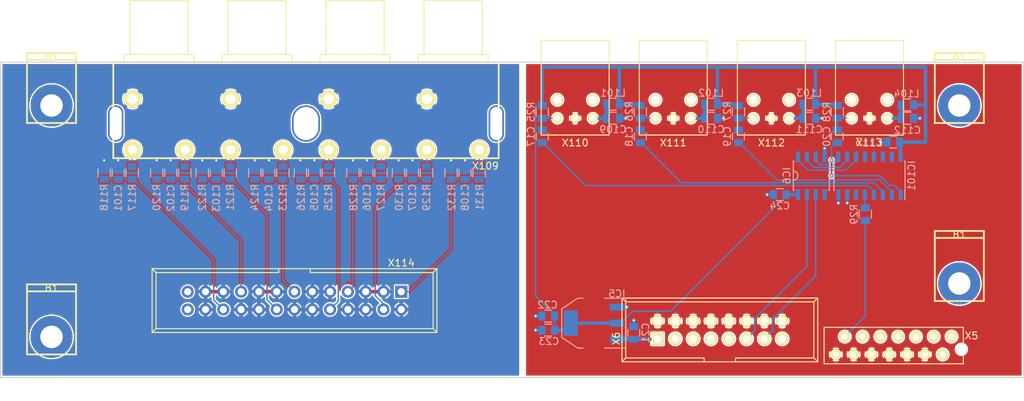
<source format=kicad_pcb>
(kicad_pcb (version 20171130) (host pcbnew "(5.1.2-1)-1")
  (layers (0 F.Cu signal) (31 B.Cu signal) (34 B.Paste user hide) (35 F.Paste user hide) (36 B.SilkS user) (37 F.SilkS user) (38 B.Mask user) (39 F.Mask user) (44 Edge.Cuts user))
  (net 0 "")
  (net 1 GND)
  (net 2 /AIN1+)
  (net 3 /AIN2+)
  (net 4 /AIN3+)
  (net 5 /AIN4+)
  (net 6 /AIN5+)
  (net 7 /AIN6+)
  (net 8 /AIN7+)
  (net 9 /AIN8+)
  (net 10 "Net-(C109-Pad1)")
  (net 11 "Net-(C110-Pad1)")
  (net 12 "Net-(C111-Pad1)")
  (net 13 "Net-(C112-Pad1)")
  (net 14 +3V3)
  (net 15 "Net-(R117-Pad1)")
  (net 16 "Net-(R119-Pad1)")
  (net 17 "Net-(R121-Pad1)")
  (net 18 "Net-(R123-Pad1)")
  (net 19 "Net-(R125-Pad1)")
  (net 20 "Net-(R127-Pad1)")
  (net 21 "Net-(R129-Pad1)")
  (net 22 "Net-(R131-Pad1)")
  (net 23 "Net-(IC101-Pad5)")
  (net 24 "Net-(IC101-Pad9)")
  (net 25 "Net-(IC101-Pad10)")
  (net 26 "Net-(IC101-Pad11)")
  (net 27 "Net-(C17-Pad2)")
  (net 28 "Net-(C17-Pad1)")
  (net 29 "Net-(C18-Pad1)")
  (net 30 "Net-(C18-Pad2)")
  (net 31 "Net-(C19-Pad2)")
  (net 32 "Net-(C19-Pad1)")
  (net 33 "Net-(C20-Pad1)")
  (net 34 "Net-(C20-Pad2)")
  (net 35 +12V)
  (net 36 /SCL)
  (net 37 /SDA)
  (net 38 /SPDIF_RX)
  (module rklib:Montagewinkel (layer F.Cu) (at 208.28 -91.32)
    (fp_text reference B1 (at 0 0.5) (layer F.SilkS))
    (fp_text value Montagewinkel)
    (pad 1 thru_hole circle (at 0 7.5) (size 6 6) (drill 3.2) (layers *.Cu *.Mask))
  )
  (module rklib:Montagewinkel (layer F.Cu) (at 208.28 -58.3)
    (fp_text reference B1 (at 0 0.5) (layer F.SilkS))
    (fp_text value Montagewinkel)
    (pad 1 thru_hole circle (at 0 7.5) (size 6 6) (drill 3.2) (layers *.Cu *.Mask))
  )
  (module rklib:Montagewinkel (layer F.Cu) (at 337.82 -65.92)
    (fp_text reference B1 (at 0 0.5) (layer F.SilkS))
    (fp_text value Montagewinkel)
    (pad 1 thru_hole circle (at 0 7.5) (size 6 6) (drill 3.2) (layers *.Cu *.Mask))
  )
  (module rklib:IDC2x8_Pitch2.54mm (layer F.Cu) (at 294.76 -50.525)
    (fp_text reference X6 (at -5.9 -0.04 90) (layer F.SilkS))
    (fp_text value HDR_02x08)
    (pad 16 thru_hole circle (at 17.78 -2.54) (size 1.7272 1.7272) (drill 1.016) (layers *.Cu *.Mask F.SilkS) (net 1 GND))
    (pad 15 thru_hole circle (at 17.78 0) (size 1.7272 1.7272) (drill 1.016) (layers *.Cu *.Mask F.SilkS))
    (pad 14 thru_hole circle (at 15.24 -2.54) (size 1.7272 1.7272) (drill 1.016) (layers *.Cu *.Mask F.SilkS) (net 1 GND))
    (pad 13 thru_hole circle (at 15.24 0) (size 1.7272 1.7272) (drill 1.016) (layers *.Cu *.Mask F.SilkS) (net 36 /SCL))
    (pad 12 thru_hole circle (at 12.7 -2.54) (size 1.7272 1.7272) (drill 1.016) (layers *.Cu *.Mask F.SilkS) (net 1 GND))
    (pad 11 thru_hole circle (at 12.7 0) (size 1.7272 1.7272) (drill 1.016) (layers *.Cu *.Mask F.SilkS) (net 37 /SDA))
    (pad 10 thru_hole circle (at 10.16 -2.54) (size 1.7272 1.7272) (drill 1.016) (layers *.Cu *.Mask F.SilkS) (net 1 GND))
    (pad 9 thru_hole circle (at 10.16 0) (size 1.7272 1.7272) (drill 1.016) (layers *.Cu *.Mask F.SilkS))
    (pad 8 thru_hole circle (at 7.62 -2.54) (size 1.7272 1.7272) (drill 1.016) (layers *.Cu *.Mask F.SilkS) (net 1 GND))
    (pad 7 thru_hole circle (at 7.62 0) (size 1.7272 1.7272) (drill 1.016) (layers *.Cu *.Mask F.SilkS))
    (pad 6 thru_hole circle (at 5.08 -2.54) (size 1.7272 1.7272) (drill 1.016) (layers *.Cu *.Mask F.SilkS) (net 1 GND))
    (pad 5 thru_hole circle (at 5.08 0) (size 1.7272 1.7272) (drill 1.016) (layers *.Cu *.Mask F.SilkS))
    (pad 4 thru_hole circle (at 2.54 -2.54) (size 1.7272 1.7272) (drill 1.016) (layers *.Cu *.Mask F.SilkS) (net 1 GND))
    (pad 3 thru_hole circle (at 2.54 0) (size 1.7272 1.7272) (drill 1.016) (layers *.Cu *.Mask F.SilkS))
    (pad 2 thru_hole circle (at 0 -2.54) (size 1.7272 1.7272) (drill 1.016) (layers *.Cu *.Mask F.SilkS) (net 1 GND))
    (pad 1 thru_hole rect (at 0 0) (size 1.7272 1.7272) (drill 1.016) (layers *.Cu *.Mask F.SilkS) (net 35 +12V))
  )
  (module rklib:PJRAS4X2U01 (layer F.Cu) (at 244.59 -90 180)
    (fp_text reference X109 (at -25.6 -14.8 180) (layer F.SilkS))
    (fp_text value CONN_RCA_02x04)
    (pad "" np_thru_hole oval (at 0 -8.75 180) (size 4 5.2) (drill oval 3.5 4.7) (layers *.Cu *.Mask))
    (pad "" np_thru_hole oval (at 27.15 -8.75 180) (size 2.2 5.2) (drill oval 1.7 4.7) (layers *.Cu *.Mask))
    (pad "" np_thru_hole oval (at -27.15 -8.75 180) (size 2.2 5.2) (drill oval 1.7 4.7) (layers *.Cu *.Mask))
    (pad 1A thru_hole circle (at 17.25 -12.5 180) (size 2.6 2.6) (drill 1.3) (layers *.Cu *.Mask F.SilkS) (net 16 "Net-(R119-Pad1)"))
    (pad 2A thru_hole circle (at 24.75 -12.5 180) (size 2.6 2.6) (drill 1.3) (layers *.Cu *.Mask F.SilkS) (net 15 "Net-(R117-Pad1)"))
    (pad 3A thru_hole circle (at 24.75 -5.25 180) (size 2.6 2.6) (drill 1.5) (layers *.Cu *.Mask F.SilkS) (net 1 GND))
    (pad 2B thru_hole circle (at 10.75 -12.5 180) (size 2.6 2.6) (drill 1.3) (layers *.Cu *.Mask F.SilkS) (net 17 "Net-(R121-Pad1)"))
    (pad 3B thru_hole circle (at 10.75 -5.25 180) (size 2.6 2.6) (drill 1.5) (layers *.Cu *.Mask F.SilkS) (net 1 GND))
    (pad 1B thru_hole circle (at 3.25 -12.5 180) (size 2.6 2.6) (drill 1.3) (layers *.Cu *.Mask F.SilkS) (net 18 "Net-(R123-Pad1)"))
    (pad 3C thru_hole circle (at -3.25 -5.25 180) (size 2.6 2.6) (drill 1.5) (layers *.Cu *.Mask F.SilkS) (net 1 GND))
    (pad 2C thru_hole circle (at -3.25 -12.5 180) (size 2.6 2.6) (drill 1.3) (layers *.Cu *.Mask F.SilkS) (net 19 "Net-(R125-Pad1)"))
    (pad 1C thru_hole circle (at -10.75 -12.5 180) (size 2.6 2.6) (drill 1.3) (layers *.Cu *.Mask F.SilkS) (net 20 "Net-(R127-Pad1)"))
    (pad 3D thru_hole circle (at -17.25 -5.25 180) (size 2.6 2.6) (drill 1.5) (layers *.Cu *.Mask F.SilkS) (net 1 GND))
    (pad 2D thru_hole circle (at -17.25 -12.5 180) (size 2.6 2.6) (drill 1.3) (layers *.Cu *.Mask F.SilkS) (net 21 "Net-(R129-Pad1)"))
    (pad 1D thru_hole circle (at -24.75 -12.5 180) (size 2.6 2.6) (drill 1.3) (layers *.Cu *.Mask F.SilkS) (net 22 "Net-(R131-Pad1)"))
  )
  (module rklib:C0805-X7R (layer B.Cu) (at 217.79 -74.2 90)
    (fp_text reference C101 (at -3.6 0 90) (layer B.SilkS) (effects (justify mirror)))
    (fp_text value CAP_100p_50V_C0G_NP0_0805)
    (pad 2 smd rect (at 0.9 0 90) (size 1 1.3) (layers B.Cu B.Paste B.Mask) (net 1 GND))
    (pad 1 smd rect (at -0.9 0 90) (size 1 1.3) (layers B.Cu B.Paste B.Mask) (net 2 /AIN1+))
  )
  (module rklib:C0805-X7R (layer B.Cu) (at 225.29 -74.2 90)
    (fp_text reference C102 (at -3.6 0 90) (layer B.SilkS) (effects (justify mirror)))
    (fp_text value CAP_100p_50V_C0G_NP0_0805)
    (pad 2 smd rect (at 0.9 0 90) (size 1 1.3) (layers B.Cu B.Paste B.Mask) (net 1 GND))
    (pad 1 smd rect (at -0.9 0 90) (size 1 1.3) (layers B.Cu B.Paste B.Mask) (net 3 /AIN2+))
  )
  (module rklib:C0805-X7R (layer B.Cu) (at 231.79 -74.2 90)
    (fp_text reference C103 (at -3.6 0 90) (layer B.SilkS) (effects (justify mirror)))
    (fp_text value CAP_100p_50V_C0G_NP0_0805)
    (pad 1 smd rect (at -0.9 0 90) (size 1 1.3) (layers B.Cu B.Paste B.Mask) (net 4 /AIN3+))
    (pad 2 smd rect (at 0.9 0 90) (size 1 1.3) (layers B.Cu B.Paste B.Mask) (net 1 GND))
  )
  (module rklib:C0805-X7R (layer B.Cu) (at 239.29 -74.2 90)
    (fp_text reference C104 (at -3.6 0 90) (layer B.SilkS) (effects (justify mirror)))
    (fp_text value CAP_100p_50V_C0G_NP0_0805)
    (pad 1 smd rect (at -0.9 0 90) (size 1 1.3) (layers B.Cu B.Paste B.Mask) (net 5 /AIN4+))
    (pad 2 smd rect (at 0.9 0 90) (size 1 1.3) (layers B.Cu B.Paste B.Mask) (net 1 GND))
  )
  (module rklib:C0805-X7R (layer B.Cu) (at 245.79 -74.2 90)
    (fp_text reference C105 (at -3.5 0 90) (layer B.SilkS) (effects (justify mirror)))
    (fp_text value CAP_100p_50V_C0G_NP0_0805)
    (pad 2 smd rect (at 0.9 0 90) (size 1 1.3) (layers B.Cu B.Paste B.Mask) (net 1 GND))
    (pad 1 smd rect (at -0.9 0 90) (size 1 1.3) (layers B.Cu B.Paste B.Mask) (net 6 /AIN5+))
  )
  (module rklib:C0805-X7R (layer B.Cu) (at 253.29 -74.2 90)
    (fp_text reference C106 (at -3.5 0 90) (layer B.SilkS) (effects (justify mirror)))
    (fp_text value CAP_100p_50V_C0G_NP0_0805)
    (pad 1 smd rect (at -0.9 0 90) (size 1 1.3) (layers B.Cu B.Paste B.Mask) (net 7 /AIN6+))
    (pad 2 smd rect (at 0.9 0 90) (size 1 1.3) (layers B.Cu B.Paste B.Mask) (net 1 GND))
  )
  (module rklib:C0805-X7R (layer B.Cu) (at 259.79 -74.2 90)
    (fp_text reference C107 (at -3.5 0 90) (layer B.SilkS) (effects (justify mirror)))
    (fp_text value CAP_100p_50V_C0G_NP0_0805)
    (pad 2 smd rect (at 0.9 0 90) (size 1 1.3) (layers B.Cu B.Paste B.Mask) (net 1 GND))
    (pad 1 smd rect (at -0.9 0 90) (size 1 1.3) (layers B.Cu B.Paste B.Mask) (net 8 /AIN7+))
  )
  (module rklib:C0805-X7R (layer B.Cu) (at 267.29 -74.2 90)
    (fp_text reference C108 (at -3.5 0 90) (layer B.SilkS) (effects (justify mirror)))
    (fp_text value CAP_100p_50V_C0G_NP0_0805)
    (pad 1 smd rect (at -0.9 0 90) (size 1 1.3) (layers B.Cu B.Paste B.Mask) (net 9 /AIN8+))
    (pad 2 smd rect (at 0.9 0 90) (size 1 1.3) (layers B.Cu B.Paste B.Mask) (net 1 GND))
  )
  (module rklib:C0805-X7R (layer B.Cu) (at 288.4 -82)
    (fp_text reference C109 (at 0 1.6) (layer B.SilkS) (effects (justify mirror)))
    (fp_text value CAP_100n_50V_X7R_0805)
    (pad 1 smd rect (at -0.9 0) (size 1 1.3) (layers B.Cu B.Paste B.Mask) (net 10 "Net-(C109-Pad1)"))
    (pad 2 smd rect (at 0.9 0) (size 1 1.3) (layers B.Cu B.Paste B.Mask) (net 1 GND))
  )
  (module rklib:C0805-X7R (layer B.Cu) (at 302.4 -82)
    (fp_text reference C110 (at 0 1.6) (layer B.SilkS) (effects (justify mirror)))
    (fp_text value CAP_100n_50V_X7R_0805)
    (pad 1 smd rect (at -0.9 0) (size 1 1.3) (layers B.Cu B.Paste B.Mask) (net 11 "Net-(C110-Pad1)"))
    (pad 2 smd rect (at 0.9 0) (size 1 1.3) (layers B.Cu B.Paste B.Mask) (net 1 GND))
  )
  (module rklib:C0805-X7R (layer B.Cu) (at 316.4 -82)
    (fp_text reference C111 (at 0 1.6) (layer B.SilkS) (effects (justify mirror)))
    (fp_text value CAP_100n_50V_X7R_0805)
    (pad 1 smd rect (at -0.9 0) (size 1 1.3) (layers B.Cu B.Paste B.Mask) (net 12 "Net-(C111-Pad1)"))
    (pad 2 smd rect (at 0.9 0) (size 1 1.3) (layers B.Cu B.Paste B.Mask) (net 1 GND))
  )
  (module rklib:C0805-X7R (layer B.Cu) (at 330.4 -82)
    (fp_text reference C112 (at 0 1.7) (layer B.SilkS) (effects (justify mirror)))
    (fp_text value CAP_100n_50V_X7R_0805)
    (pad 1 smd rect (at -0.9 0) (size 1 1.3) (layers B.Cu B.Paste B.Mask) (net 13 "Net-(C112-Pad1)"))
    (pad 2 smd rect (at 0.9 0) (size 1 1.3) (layers B.Cu B.Paste B.Mask) (net 1 GND))
  )
  (module rklib:C0805-X7R (layer B.Cu) (at 328.4 -78.6)
    (fp_text reference C113 (at -3.5 0) (layer B.SilkS) (effects (justify mirror)))
    (fp_text value CAP_100n_50V_X7R_0805)
    (pad 1 smd rect (at -0.9 0) (size 1 1.3) (layers B.Cu B.Paste B.Mask) (net 1 GND))
    (pad 2 smd rect (at 0.9 0) (size 1 1.3) (layers B.Cu B.Paste B.Mask) (net 14 +3V3))
  )
  (module rklib:C0805-X7R (layer B.Cu) (at 288.4 -84 180)
    (fp_text reference L101 (at 0 1.6 180) (layer B.SilkS) (effects (justify mirror)))
    (fp_text value 47u0)
    (pad 2 smd rect (at 0.9 0 180) (size 1 1.3) (layers B.Cu B.Paste B.Mask) (net 10 "Net-(C109-Pad1)"))
    (pad 1 smd rect (at -0.9 0 180) (size 1 1.3) (layers B.Cu B.Paste B.Mask) (net 14 +3V3))
  )
  (module rklib:C0805-X7R (layer B.Cu) (at 302.4 -84 180)
    (fp_text reference L102 (at 0 1.6 180) (layer B.SilkS) (effects (justify mirror)))
    (fp_text value 47u0)
    (pad 2 smd rect (at 0.9 0 180) (size 1 1.3) (layers B.Cu B.Paste B.Mask) (net 11 "Net-(C110-Pad1)"))
    (pad 1 smd rect (at -0.9 0 180) (size 1 1.3) (layers B.Cu B.Paste B.Mask) (net 14 +3V3))
  )
  (module rklib:C0805-X7R (layer B.Cu) (at 316.4 -84 180)
    (fp_text reference L103 (at 0 1.6 180) (layer B.SilkS) (effects (justify mirror)))
    (fp_text value 47u0)
    (pad 2 smd rect (at 0.9 0 180) (size 1 1.3) (layers B.Cu B.Paste B.Mask) (net 12 "Net-(C111-Pad1)"))
    (pad 1 smd rect (at -0.9 0 180) (size 1 1.3) (layers B.Cu B.Paste B.Mask) (net 14 +3V3))
  )
  (module rklib:C0805-X7R (layer B.Cu) (at 330.4 -83.9 180)
    (fp_text reference L104 (at 0.1 1.6 180) (layer B.SilkS) (effects (justify mirror)))
    (fp_text value 47u0)
    (pad 2 smd rect (at 0.9 0 180) (size 1 1.3) (layers B.Cu B.Paste B.Mask) (net 13 "Net-(C112-Pad1)"))
    (pad 1 smd rect (at -0.9 0 180) (size 1 1.3) (layers B.Cu B.Paste B.Mask) (net 14 +3V3))
  )
  (module rklib:C0805-RES (layer B.Cu) (at 219.79 -74.2 270)
    (fp_text reference R117 (at 3.5 0 270) (layer B.SilkS) (effects (justify mirror)))
    (fp_text value RES_100R_1%_0.25W_Thin_0805)
    (pad 1 smd rect (at -0.9 0 270) (size 1 1.3) (layers B.Cu B.Paste B.Mask) (net 15 "Net-(R117-Pad1)"))
    (pad 2 smd rect (at 0.9 0 270) (size 1 1.3) (layers B.Cu B.Paste B.Mask) (net 2 /AIN1+))
  )
  (module rklib:C0805-RES (layer B.Cu) (at 215.79 -74.2 270)
    (fp_text reference R118 (at 3.5 0 270) (layer B.SilkS) (effects (justify mirror)))
    (fp_text value RES_220K_1%_0.125W_Thick_0805)
    (pad 2 smd rect (at 0.9 0 270) (size 1 1.3) (layers B.Cu B.Paste B.Mask) (net 2 /AIN1+))
    (pad 1 smd rect (at -0.9 0 270) (size 1 1.3) (layers B.Cu B.Paste B.Mask) (net 1 GND))
  )
  (module rklib:C0805-RES (layer B.Cu) (at 227.29 -74.2 270)
    (fp_text reference R119 (at 3.5 0 270) (layer B.SilkS) (effects (justify mirror)))
    (fp_text value RES_100R_1%_0.25W_Thin_0805)
    (pad 2 smd rect (at 0.9 0 270) (size 1 1.3) (layers B.Cu B.Paste B.Mask) (net 3 /AIN2+))
    (pad 1 smd rect (at -0.9 0 270) (size 1 1.3) (layers B.Cu B.Paste B.Mask) (net 16 "Net-(R119-Pad1)"))
  )
  (module rklib:C0805-RES (layer B.Cu) (at 223.29 -74.2 270)
    (fp_text reference R120 (at 3.5 0 270) (layer B.SilkS) (effects (justify mirror)))
    (fp_text value RES_220K_1%_0.125W_Thick_0805)
    (pad 1 smd rect (at -0.9 0 270) (size 1 1.3) (layers B.Cu B.Paste B.Mask) (net 1 GND))
    (pad 2 smd rect (at 0.9 0 270) (size 1 1.3) (layers B.Cu B.Paste B.Mask) (net 3 /AIN2+))
  )
  (module rklib:C0805-RES (layer B.Cu) (at 233.79 -74.2 270)
    (fp_text reference R121 (at 3.5 0 270) (layer B.SilkS) (effects (justify mirror)))
    (fp_text value RES_100R_1%_0.25W_Thin_0805)
    (pad 2 smd rect (at 0.9 0 270) (size 1 1.3) (layers B.Cu B.Paste B.Mask) (net 4 /AIN3+))
    (pad 1 smd rect (at -0.9 0 270) (size 1 1.3) (layers B.Cu B.Paste B.Mask) (net 17 "Net-(R121-Pad1)"))
  )
  (module rklib:C0805-RES (layer B.Cu) (at 229.79 -74.2 270)
    (fp_text reference R122 (at 3.5 0 270) (layer B.SilkS) (effects (justify mirror)))
    (fp_text value RES_220K_1%_0.125W_Thick_0805)
    (pad 1 smd rect (at -0.9 0 270) (size 1 1.3) (layers B.Cu B.Paste B.Mask) (net 1 GND))
    (pad 2 smd rect (at 0.9 0 270) (size 1 1.3) (layers B.Cu B.Paste B.Mask) (net 4 /AIN3+))
  )
  (module rklib:C0805-RES (layer B.Cu) (at 241.29 -74.2 270)
    (fp_text reference R123 (at 3.5 0 270) (layer B.SilkS) (effects (justify mirror)))
    (fp_text value RES_100R_1%_0.25W_Thin_0805)
    (pad 1 smd rect (at -0.9 0 270) (size 1 1.3) (layers B.Cu B.Paste B.Mask) (net 18 "Net-(R123-Pad1)"))
    (pad 2 smd rect (at 0.9 0 270) (size 1 1.3) (layers B.Cu B.Paste B.Mask) (net 5 /AIN4+))
  )
  (module rklib:C0805-RES (layer B.Cu) (at 237.29 -74.2 270)
    (fp_text reference R124 (at 3.5 0 270) (layer B.SilkS) (effects (justify mirror)))
    (fp_text value RES_220K_1%_0.125W_Thick_0805)
    (pad 2 smd rect (at 0.9 0 270) (size 1 1.3) (layers B.Cu B.Paste B.Mask) (net 5 /AIN4+))
    (pad 1 smd rect (at -0.9 0 270) (size 1 1.3) (layers B.Cu B.Paste B.Mask) (net 1 GND))
  )
  (module rklib:C0805-RES (layer B.Cu) (at 247.79 -74.2 270)
    (fp_text reference R125 (at 3.5 0 270) (layer B.SilkS) (effects (justify mirror)))
    (fp_text value RES_100R_1%_0.25W_Thin_0805)
    (pad 1 smd rect (at -0.9 0 270) (size 1 1.3) (layers B.Cu B.Paste B.Mask) (net 19 "Net-(R125-Pad1)"))
    (pad 2 smd rect (at 0.9 0 270) (size 1 1.3) (layers B.Cu B.Paste B.Mask) (net 6 /AIN5+))
  )
  (module rklib:C0805-RES (layer B.Cu) (at 243.79 -74.2 270)
    (fp_text reference R126 (at 3.5 -0.1 270) (layer B.SilkS) (effects (justify mirror)))
    (fp_text value RES_220K_1%_0.125W_Thick_0805)
    (pad 2 smd rect (at 0.9 0 270) (size 1 1.3) (layers B.Cu B.Paste B.Mask) (net 6 /AIN5+))
    (pad 1 smd rect (at -0.9 0 270) (size 1 1.3) (layers B.Cu B.Paste B.Mask) (net 1 GND))
  )
  (module rklib:C0805-RES (layer B.Cu) (at 255.29 -74.2 270)
    (fp_text reference R127 (at 3.5 0 270) (layer B.SilkS) (effects (justify mirror)))
    (fp_text value RES_100R_1%_0.25W_Thin_0805)
    (pad 2 smd rect (at 0.9 0 270) (size 1 1.3) (layers B.Cu B.Paste B.Mask) (net 7 /AIN6+))
    (pad 1 smd rect (at -0.9 0 270) (size 1 1.3) (layers B.Cu B.Paste B.Mask) (net 20 "Net-(R127-Pad1)"))
  )
  (module rklib:C0805-RES (layer B.Cu) (at 251.29 -74.2 270)
    (fp_text reference R128 (at 3.5 -0.1 270) (layer B.SilkS) (effects (justify mirror)))
    (fp_text value RES_220K_1%_0.125W_Thick_0805)
    (pad 1 smd rect (at -0.9 0 270) (size 1 1.3) (layers B.Cu B.Paste B.Mask) (net 1 GND))
    (pad 2 smd rect (at 0.9 0 270) (size 1 1.3) (layers B.Cu B.Paste B.Mask) (net 7 /AIN6+))
  )
  (module rklib:C0805-RES (layer B.Cu) (at 261.79 -74.2 270)
    (fp_text reference R129 (at 3.5 0 270) (layer B.SilkS) (effects (justify mirror)))
    (fp_text value RES_100R_1%_0.25W_Thin_0805)
    (pad 2 smd rect (at 0.9 0 270) (size 1 1.3) (layers B.Cu B.Paste B.Mask) (net 8 /AIN7+))
    (pad 1 smd rect (at -0.9 0 270) (size 1 1.3) (layers B.Cu B.Paste B.Mask) (net 21 "Net-(R129-Pad1)"))
  )
  (module rklib:C0805-RES (layer B.Cu) (at 257.79 -74.2 270)
    (fp_text reference R130 (at 3.5 -0.1 270) (layer B.SilkS) (effects (justify mirror)))
    (fp_text value RES_220K_1%_0.125W_Thick_0805)
    (pad 2 smd rect (at 0.9 0 270) (size 1 1.3) (layers B.Cu B.Paste B.Mask) (net 8 /AIN7+))
    (pad 1 smd rect (at -0.9 0 270) (size 1 1.3) (layers B.Cu B.Paste B.Mask) (net 1 GND))
  )
  (module rklib:C0805-RES (layer B.Cu) (at 269.29 -74.2 270)
    (fp_text reference R131 (at 3.5 -0.1 270) (layer B.SilkS) (effects (justify mirror)))
    (fp_text value RES_100R_1%_0.25W_Thin_0805)
    (pad 1 smd rect (at -0.9 0 270) (size 1 1.3) (layers B.Cu B.Paste B.Mask) (net 22 "Net-(R131-Pad1)"))
    (pad 2 smd rect (at 0.9 0 270) (size 1 1.3) (layers B.Cu B.Paste B.Mask) (net 9 /AIN8+))
  )
  (module rklib:C0805-RES (layer B.Cu) (at 265.29 -74.2 270)
    (fp_text reference R132 (at 3.5 -0.1 270) (layer B.SilkS) (effects (justify mirror)))
    (fp_text value RES_220K_1%_0.125W_Thick_0805)
    (pad 1 smd rect (at -0.9 0 270) (size 1 1.3) (layers B.Cu B.Paste B.Mask) (net 1 GND))
    (pad 2 smd rect (at 0.9 0 270) (size 1 1.3) (layers B.Cu B.Paste B.Mask) (net 9 /AIN8+))
  )
  (module rklib:PLR135_T10 (layer F.Cu) (at 283 -82)
    (fp_text reference X110 (at 0 3.5) (layer F.SilkS))
    (fp_text value PLR135_T10)
    (pad 5 thru_hole circle (at -2.54 -2.63) (size 1.6 1.6) (drill 1.1) (layers *.Cu *.Mask F.SilkS))
    (pad 4 thru_hole circle (at 2.54 -2.63) (size 1.6 1.6) (drill 1.1) (layers *.Cu *.Mask F.SilkS))
    (pad 3 thru_hole circle (at -2.54 0) (size 1.4 1.4) (drill 0.8) (layers *.Cu *.Mask F.SilkS) (net 28 "Net-(C17-Pad1)"))
    (pad 2 thru_hole circle (at 0 0) (size 1.4 1.4) (drill 0.8) (layers *.Cu *.Mask F.SilkS) (net 1 GND))
    (pad 1 thru_hole circle (at 2.54 0) (size 1.4 1.4) (drill 0.8) (layers *.Cu *.Mask F.SilkS) (net 10 "Net-(C109-Pad1)"))
  )
  (module rklib:PLR135_T10 (layer F.Cu) (at 297 -82)
    (fp_text reference X111 (at 0 3.5) (layer F.SilkS))
    (fp_text value PLR135_T10)
    (pad 1 thru_hole circle (at 2.54 0) (size 1.4 1.4) (drill 0.8) (layers *.Cu *.Mask F.SilkS) (net 11 "Net-(C110-Pad1)"))
    (pad 2 thru_hole circle (at 0 0) (size 1.4 1.4) (drill 0.8) (layers *.Cu *.Mask F.SilkS) (net 1 GND))
    (pad 3 thru_hole circle (at -2.54 0) (size 1.4 1.4) (drill 0.8) (layers *.Cu *.Mask F.SilkS) (net 29 "Net-(C18-Pad1)"))
    (pad 4 thru_hole circle (at 2.54 -2.63) (size 1.6 1.6) (drill 1.1) (layers *.Cu *.Mask F.SilkS))
    (pad 5 thru_hole circle (at -2.54 -2.63) (size 1.6 1.6) (drill 1.1) (layers *.Cu *.Mask F.SilkS))
  )
  (module rklib:PLR135_T10 (layer F.Cu) (at 311 -82)
    (fp_text reference X112 (at 0 3.5) (layer F.SilkS))
    (fp_text value PLR135_T10)
    (pad 5 thru_hole circle (at -2.54 -2.63) (size 1.6 1.6) (drill 1.1) (layers *.Cu *.Mask F.SilkS))
    (pad 4 thru_hole circle (at 2.54 -2.63) (size 1.6 1.6) (drill 1.1) (layers *.Cu *.Mask F.SilkS))
    (pad 3 thru_hole circle (at -2.54 0) (size 1.4 1.4) (drill 0.8) (layers *.Cu *.Mask F.SilkS) (net 32 "Net-(C19-Pad1)"))
    (pad 2 thru_hole circle (at 0 0) (size 1.4 1.4) (drill 0.8) (layers *.Cu *.Mask F.SilkS) (net 1 GND))
    (pad 1 thru_hole circle (at 2.54 0) (size 1.4 1.4) (drill 0.8) (layers *.Cu *.Mask F.SilkS) (net 12 "Net-(C111-Pad1)"))
  )
  (module rklib:PLR135_T10 (layer F.Cu) (at 325 -82)
    (fp_text reference X113 (at 0 3.5) (layer F.SilkS))
    (fp_text value PLR135_T10)
    (pad 1 thru_hole circle (at 2.54 0) (size 1.4 1.4) (drill 0.8) (layers *.Cu *.Mask F.SilkS) (net 13 "Net-(C112-Pad1)"))
    (pad 2 thru_hole circle (at 0 0) (size 1.4 1.4) (drill 0.8) (layers *.Cu *.Mask F.SilkS) (net 1 GND))
    (pad 3 thru_hole circle (at -2.54 0) (size 1.4 1.4) (drill 0.8) (layers *.Cu *.Mask F.SilkS) (net 33 "Net-(C20-Pad1)"))
    (pad 4 thru_hole circle (at 2.54 -2.63) (size 1.6 1.6) (drill 1.1) (layers *.Cu *.Mask F.SilkS))
    (pad 5 thru_hole circle (at -2.54 -2.63) (size 1.6 1.6) (drill 1.1) (layers *.Cu *.Mask F.SilkS))
  )
  (module rklib:IDC26 (layer F.Cu) (at 258.19 -57.25 180)
    (fp_text reference X114 (at 0 4.1 180) (layer F.SilkS))
    (fp_text value CON_IDC26)
    (pad 26 thru_hole oval (at 30.48 -2.54 180) (size 1.7272 1.7272) (drill 1.016) (layers *.Cu *.Mask))
    (pad 25 thru_hole oval (at 30.48 0 180) (size 1.7272 1.7272) (drill 1.016) (layers *.Cu *.Mask))
    (pad 24 thru_hole oval (at 27.94 -2.54 180) (size 1.7272 1.7272) (drill 1.016) (layers *.Cu *.Mask) (net 1 GND))
    (pad 23 thru_hole oval (at 27.94 0 180) (size 1.7272 1.7272) (drill 1.016) (layers *.Cu *.Mask) (net 1 GND))
    (pad 22 thru_hole oval (at 25.4 -2.54 180) (size 1.7272 1.7272) (drill 1.016) (layers *.Cu *.Mask) (net 2 /AIN1+))
    (pad 21 thru_hole oval (at 25.4 0 180) (size 1.7272 1.7272) (drill 1.016) (layers *.Cu *.Mask) (net 1 GND))
    (pad 20 thru_hole oval (at 22.86 -2.54 180) (size 1.7272 1.7272) (drill 1.016) (layers *.Cu *.Mask) (net 1 GND))
    (pad 19 thru_hole oval (at 22.86 0 180) (size 1.7272 1.7272) (drill 1.016) (layers *.Cu *.Mask) (net 3 /AIN2+))
    (pad 18 thru_hole oval (at 20.32 -2.54 180) (size 1.7272 1.7272) (drill 1.016) (layers *.Cu *.Mask) (net 1 GND))
    (pad 17 thru_hole oval (at 20.32 0 180) (size 1.7272 1.7272) (drill 1.016) (layers *.Cu *.Mask) (net 1 GND))
    (pad 16 thru_hole oval (at 17.78 -2.54 180) (size 1.7272 1.7272) (drill 1.016) (layers *.Cu *.Mask) (net 4 /AIN3+))
    (pad 15 thru_hole oval (at 17.78 0 180) (size 1.7272 1.7272) (drill 1.016) (layers *.Cu *.Mask) (net 1 GND))
    (pad 14 thru_hole oval (at 15.24 -2.54 180) (size 1.7272 1.7272) (drill 1.016) (layers *.Cu *.Mask) (net 1 GND))
    (pad 13 thru_hole oval (at 15.24 0 180) (size 1.7272 1.7272) (drill 1.016) (layers *.Cu *.Mask) (net 5 /AIN4+))
    (pad 12 thru_hole oval (at 12.7 -2.54 180) (size 1.7272 1.7272) (drill 1.016) (layers *.Cu *.Mask) (net 1 GND))
    (pad 11 thru_hole oval (at 12.7 0 180) (size 1.7272 1.7272) (drill 1.016) (layers *.Cu *.Mask) (net 1 GND))
    (pad 10 thru_hole oval (at 10.16 -2.54 180) (size 1.7272 1.7272) (drill 1.016) (layers *.Cu *.Mask) (net 6 /AIN5+))
    (pad 9 thru_hole oval (at 10.16 0 180) (size 1.7272 1.7272) (drill 1.016) (layers *.Cu *.Mask) (net 1 GND))
    (pad 8 thru_hole oval (at 7.62 -2.54 180) (size 1.7272 1.7272) (drill 1.016) (layers *.Cu *.Mask) (net 1 GND))
    (pad 7 thru_hole oval (at 7.62 0 180) (size 1.7272 1.7272) (drill 1.016) (layers *.Cu *.Mask) (net 7 /AIN6+))
    (pad 6 thru_hole oval (at 5.08 -2.54 180) (size 1.7272 1.7272) (drill 1.016) (layers *.Cu *.Mask) (net 1 GND))
    (pad 5 thru_hole oval (at 5.08 0 180) (size 1.7272 1.7272) (drill 1.016) (layers *.Cu *.Mask) (net 1 GND))
    (pad 4 thru_hole oval (at 2.54 -2.54 180) (size 1.7272 1.7272) (drill 1.016) (layers *.Cu *.Mask) (net 8 /AIN7+))
    (pad 3 thru_hole oval (at 2.54 0 180) (size 1.7272 1.7272) (drill 1.016) (layers *.Cu *.Mask) (net 1 GND))
    (pad 2 thru_hole oval (at 0 -2.54 180) (size 1.7272 1.7272) (drill 1.016) (layers *.Cu *.Mask) (net 1 GND))
    (pad 1 thru_hole rect (at 0 0 180) (size 1.7272 1.7272) (drill 1.016) (layers *.Cu *.Mask) (net 9 /AIN8+))
  )
  (module Package_SO:SOIC-16_3.9x9.9mm_P1.27mm (layer B.Cu) (at 325 -73.8 90)
    (fp_text reference IC101 (at 0 6 90) (layer B.SilkS) (effects (justify mirror)))
    (fp_text value 74HC251)
    (pad 1 smd rect (at -2.7 4.445 90) (size 1.5 0.6) (layers B.Cu B.Paste B.Mask) (net 34 "Net-(C20-Pad2)"))
    (pad 2 smd rect (at -2.7 3.175 90) (size 1.5 0.6) (layers B.Cu B.Paste B.Mask) (net 31 "Net-(C19-Pad2)"))
    (pad 3 smd rect (at -2.7 1.905 90) (size 1.5 0.6) (layers B.Cu B.Paste B.Mask) (net 30 "Net-(C18-Pad2)"))
    (pad 4 smd rect (at -2.7 0.635 90) (size 1.5 0.6) (layers B.Cu B.Paste B.Mask) (net 27 "Net-(C17-Pad2)"))
    (pad 5 smd rect (at -2.7 -0.635 90) (size 1.5 0.6) (layers B.Cu B.Paste B.Mask) (net 23 "Net-(IC101-Pad5)"))
    (pad 6 smd rect (at -2.7 -1.905 90) (size 1.5 0.6) (layers B.Cu B.Paste B.Mask))
    (pad 7 smd rect (at -2.7 -3.175 90) (size 1.5 0.6) (layers B.Cu B.Paste B.Mask) (net 1 GND))
    (pad 8 smd rect (at -2.7 -4.445 90) (size 1.5 0.6) (layers B.Cu B.Paste B.Mask) (net 1 GND))
    (pad 9 smd rect (at 2.7 -4.445 90) (size 1.5 0.6) (layers B.Cu B.Paste B.Mask) (net 24 "Net-(IC101-Pad9)"))
    (pad 10 smd rect (at 2.7 -3.175 90) (size 1.5 0.6) (layers B.Cu B.Paste B.Mask) (net 25 "Net-(IC101-Pad10)"))
    (pad 11 smd rect (at 2.7 -1.905 90) (size 1.5 0.6) (layers B.Cu B.Paste B.Mask) (net 26 "Net-(IC101-Pad11)"))
    (pad 12 smd rect (at 2.7 -0.635 90) (size 1.5 0.6) (layers B.Cu B.Paste B.Mask))
    (pad 13 smd rect (at 2.7 0.635 90) (size 1.5 0.6) (layers B.Cu B.Paste B.Mask))
    (pad 14 smd rect (at 2.7 1.905 90) (size 1.5 0.6) (layers B.Cu B.Paste B.Mask))
    (pad 15 smd rect (at 2.7 3.175 90) (size 1.5 0.6) (layers B.Cu B.Paste B.Mask))
    (pad 16 smd rect (at 2.7 4.445 90) (size 1.5 0.6) (layers B.Cu B.Paste B.Mask) (net 14 +3V3))
  )
  (module rklib:C0805-X7R (layer B.Cu) (at 278.3 -79.4 270)
    (fp_text reference C17 (at 0 1.6 270) (layer B.SilkS) (effects (justify mirror)))
    (fp_text value CAP_10n0_50V_X7R_0805)
    (pad 2 smd rect (at 0.9 0 270) (size 1 1.3) (layers B.Cu B.Paste B.Mask) (net 27 "Net-(C17-Pad2)"))
    (pad 1 smd rect (at -0.9 0 270) (size 1 1.3) (layers B.Cu B.Paste B.Mask) (net 28 "Net-(C17-Pad1)"))
  )
  (module rklib:C0805-X7R (layer B.Cu) (at 292.3 -79.4 270)
    (fp_text reference C18 (at 0 1.6 270) (layer B.SilkS) (effects (justify mirror)))
    (fp_text value CAP_10n0_50V_X7R_0805)
    (pad 1 smd rect (at -0.9 0 270) (size 1 1.3) (layers B.Cu B.Paste B.Mask) (net 29 "Net-(C18-Pad1)"))
    (pad 2 smd rect (at 0.9 0 270) (size 1 1.3) (layers B.Cu B.Paste B.Mask) (net 30 "Net-(C18-Pad2)"))
  )
  (module rklib:C0805-X7R (layer B.Cu) (at 306.3 -79.4 270)
    (fp_text reference C19 (at 0 1.6 270) (layer B.SilkS) (effects (justify mirror)))
    (fp_text value CAP_10n0_50V_X7R_0805)
    (pad 2 smd rect (at 0.9 0 270) (size 1 1.3) (layers B.Cu B.Paste B.Mask) (net 31 "Net-(C19-Pad2)"))
    (pad 1 smd rect (at -0.9 0 270) (size 1 1.3) (layers B.Cu B.Paste B.Mask) (net 32 "Net-(C19-Pad1)"))
  )
  (module rklib:C0805-X7R (layer B.Cu) (at 320.4 -79.4 270)
    (fp_text reference C20 (at 0 1.5 270) (layer B.SilkS) (effects (justify mirror)))
    (fp_text value CAP_10n0_50V_X7R_0805)
    (pad 1 smd rect (at -0.9 0 270) (size 1 1.3) (layers B.Cu B.Paste B.Mask) (net 33 "Net-(C20-Pad1)"))
    (pad 2 smd rect (at 0.9 0 270) (size 1 1.3) (layers B.Cu B.Paste B.Mask) (net 34 "Net-(C20-Pad2)"))
  )
  (module rklib:C0805-RES (layer B.Cu) (at 278.3 -82.9 90)
    (fp_text reference R25 (at 0 -1.6 90) (layer B.SilkS) (effects (justify mirror)))
    (fp_text value RES_10K0_1%_0.125W_Thick_0805)
    (pad 2 smd rect (at 0.9 0 90) (size 1 1.3) (layers B.Cu B.Paste B.Mask) (net 14 +3V3))
    (pad 1 smd rect (at -0.9 0 90) (size 1 1.3) (layers B.Cu B.Paste B.Mask) (net 28 "Net-(C17-Pad1)"))
  )
  (module rklib:C0805-RES (layer B.Cu) (at 292.3 -82.9 90)
    (fp_text reference R26 (at 0.1 -1.6 90) (layer B.SilkS) (effects (justify mirror)))
    (fp_text value RES_10K0_1%_0.125W_Thick_0805)
    (pad 1 smd rect (at -0.9 0 90) (size 1 1.3) (layers B.Cu B.Paste B.Mask) (net 29 "Net-(C18-Pad1)"))
    (pad 2 smd rect (at 0.9 0 90) (size 1 1.3) (layers B.Cu B.Paste B.Mask) (net 14 +3V3))
  )
  (module rklib:C0805-RES (layer B.Cu) (at 306.3 -82.9 90)
    (fp_text reference R27 (at 0.1 -1.6 90) (layer B.SilkS) (effects (justify mirror)))
    (fp_text value RES_10K0_1%_0.125W_Thick_0805)
    (pad 2 smd rect (at 0.9 0 90) (size 1 1.3) (layers B.Cu B.Paste B.Mask) (net 14 +3V3))
    (pad 1 smd rect (at -0.9 0 90) (size 1 1.3) (layers B.Cu B.Paste B.Mask) (net 32 "Net-(C19-Pad1)"))
  )
  (module rklib:C0805-RES (layer B.Cu) (at 320.4 -82.9 90)
    (fp_text reference R28 (at 0 -1.5 90) (layer B.SilkS) (effects (justify mirror)))
    (fp_text value RES_10K0_1%_0.125W_Thick_0805)
    (pad 1 smd rect (at -0.9 0 90) (size 1 1.3) (layers B.Cu B.Paste B.Mask) (net 33 "Net-(C20-Pad1)"))
    (pad 2 smd rect (at 0.9 0 90) (size 1 1.3) (layers B.Cu B.Paste B.Mask) (net 14 +3V3))
  )
  (module rklib:C0805-X7R (layer B.Cu) (at 291.36 -51.365 90)
    (fp_text reference C21 (at 0 1.7 90) (layer B.SilkS) (effects (justify mirror)))
    (fp_text value CAP_10u0_25V_X5R_0805)
    (pad 1 smd rect (at -0.9 0 90) (size 1 1.3) (layers B.Cu B.Paste B.Mask) (net 35 +12V))
    (pad 2 smd rect (at 0.9 0 90) (size 1 1.3) (layers B.Cu B.Paste B.Mask) (net 1 GND))
  )
  (module rklib:C0805-X7R (layer B.Cu) (at 279.16 -53.765 180)
    (fp_text reference C22 (at 0.1 1.6 180) (layer B.SilkS) (effects (justify mirror)))
    (fp_text value CAP_100n_50V_X7R_0805)
    (pad 2 smd rect (at 0.9 0 180) (size 1 1.3) (layers B.Cu B.Paste B.Mask) (net 1 GND))
    (pad 1 smd rect (at -0.9 0 180) (size 1 1.3) (layers B.Cu B.Paste B.Mask) (net 14 +3V3))
  )
  (module rklib:C0805-X7R (layer B.Cu) (at 279.16 -51.765 180)
    (fp_text reference C23 (at -0.1 -1.6 180) (layer B.SilkS) (effects (justify mirror)))
    (fp_text value CAP_10u0_25V_X5R_0805)
    (pad 2 smd rect (at 0.9 0 180) (size 1 1.3) (layers B.Cu B.Paste B.Mask) (net 1 GND))
    (pad 1 smd rect (at -0.9 0 180) (size 1 1.3) (layers B.Cu B.Paste B.Mask) (net 14 +3V3))
  )
  (module rklib:C0805-X7R (layer B.Cu) (at 312.2 -71.1)
    (fp_text reference C24 (at 0 1.6) (layer B.SilkS) (effects (justify mirror)))
    (fp_text value CAP_100n_50V_X7R_0805)
    (pad 1 smd rect (at -0.9 0) (size 1 1.3) (layers B.Cu B.Paste B.Mask) (net 1 GND))
    (pad 2 smd rect (at 0.9 0) (size 1 1.3) (layers B.Cu B.Paste B.Mask) (net 14 +3V3))
  )
  (module rklib:SOT223 (layer B.Cu) (at 285.66 -52.765 270)
    (fp_text reference IC5 (at -4.2 -3.3) (layer B.SilkS) (effects (justify mirror)))
    (fp_text value IC_NCP1117LPST33)
    (pad 4 smd rect (at 0 3.302 270) (size 3.6576 2.032) (layers B.Cu B.Paste B.Mask) (net 14 +3V3))
    (pad 2 smd rect (at 0 -3.302 270) (size 1.016 2.032) (layers B.Cu B.Paste B.Mask) (net 14 +3V3))
    (pad 3 smd rect (at 2.286 -3.302 270) (size 1.016 2.032) (layers B.Cu B.Paste B.Mask) (net 35 +12V))
    (pad 1 smd rect (at -2.286 -3.302 270) (size 1.016 2.032) (layers B.Cu B.Paste B.Mask) (net 1 GND))
  )
  (module rklib:SOIC8_3.9x4.9mm_Pitch1.27mm (layer B.Cu) (at 316.7 -73.8 270)
    (fp_text reference IC6 (at 0 3.5 270) (layer B.SilkS) (effects (justify mirror)))
    (fp_text value PCA9536D)
    (pad 1 smd rect (at -2.7 1.905 270) (size 1.55 0.6) (layers B.Cu B.Paste B.Mask) (net 26 "Net-(IC101-Pad11)"))
    (pad 2 smd rect (at -2.7 0.635 270) (size 1.55 0.6) (layers B.Cu B.Paste B.Mask) (net 25 "Net-(IC101-Pad10)"))
    (pad 3 smd rect (at -2.7 -0.635 270) (size 1.55 0.6) (layers B.Cu B.Paste B.Mask) (net 24 "Net-(IC101-Pad9)"))
    (pad 4 smd rect (at -2.7 -1.905 270) (size 1.55 0.6) (layers B.Cu B.Paste B.Mask) (net 1 GND))
    (pad 5 smd rect (at 2.7 -1.905 270) (size 1.55 0.6) (layers B.Cu B.Paste B.Mask))
    (pad 6 smd rect (at 2.7 -0.635 270) (size 1.55 0.6) (layers B.Cu B.Paste B.Mask) (net 36 /SCL))
    (pad 7 smd rect (at 2.7 0.635 270) (size 1.55 0.6) (layers B.Cu B.Paste B.Mask) (net 37 /SDA))
    (pad 8 smd rect (at 2.7 1.905 270) (size 1.55 0.6) (layers B.Cu B.Paste B.Mask) (net 14 +3V3))
  )
  (module rklib:C0805-RES (layer B.Cu) (at 324.4 -68.3 270)
    (fp_text reference R29 (at 0 1.6 270) (layer B.SilkS) (effects (justify mirror)))
    (fp_text value RES_33R0_1%_0.125W_Thick_0805)
    (pad 1 smd rect (at -0.9 0 270) (size 1 1.3) (layers B.Cu B.Paste B.Mask) (net 23 "Net-(IC101-Pad5)"))
    (pad 2 smd rect (at 0.9 0 270) (size 1 1.3) (layers B.Cu B.Paste B.Mask) (net 38 /SPDIF_RX))
  )
  (module rklib:MM-14G (layer F.Cu) (at 328.46 -49.565)
    (fp_text reference X5 (at 11.1 -1.4) (layer F.SilkS))
    (fp_text value MicroMatch14)
    (pad 1 thru_hole circle (at 8.255 -1.27) (size 1.6 1.6) (drill 0.8) (layers *.Cu *.Mask F.SilkS))
    (pad 2 thru_hole circle (at 6.985 1.27) (size 1.6 1.6) (drill 0.8) (layers *.Cu *.Mask F.SilkS))
    (pad 3 thru_hole circle (at 5.715 -1.27) (size 1.6 1.6) (drill 0.8) (layers *.Cu *.Mask F.SilkS))
    (pad 4 thru_hole circle (at 4.445 1.27) (size 1.6 1.6) (drill 0.8) (layers *.Cu *.Mask F.SilkS) (net 1 GND))
    (pad 5 thru_hole circle (at 3.175 -1.27) (size 1.6 1.6) (drill 0.8) (layers *.Cu *.Mask F.SilkS))
    (pad 6 thru_hole circle (at 1.905 1.27) (size 1.6 1.6) (drill 0.8) (layers *.Cu *.Mask F.SilkS) (net 1 GND))
    (pad 7 thru_hole circle (at 0.635 -1.27) (size 1.6 1.6) (drill 0.8) (layers *.Cu *.Mask F.SilkS))
    (pad 8 thru_hole circle (at -0.635 1.27) (size 1.6 1.6) (drill 0.8) (layers *.Cu *.Mask F.SilkS) (net 1 GND))
    (pad 9 thru_hole circle (at -1.905 -1.27) (size 1.6 1.6) (drill 0.8) (layers *.Cu *.Mask F.SilkS))
    (pad 10 thru_hole circle (at -3.175 1.27) (size 1.6 1.6) (drill 0.8) (layers *.Cu *.Mask F.SilkS) (net 1 GND))
    (pad 11 thru_hole circle (at -4.445 -1.27) (size 1.6 1.6) (drill 0.8) (layers *.Cu *.Mask F.SilkS))
    (pad 12 thru_hole circle (at -5.715 1.27) (size 1.6 1.6) (drill 0.8) (layers *.Cu *.Mask F.SilkS) (net 1 GND))
    (pad 13 thru_hole circle (at -6.985 -1.27) (size 1.6 1.6) (drill 0.8) (layers *.Cu *.Mask F.SilkS) (net 38 /SPDIF_RX))
    (pad 14 thru_hole circle (at -8.255 1.27) (size 1.6 1.6) (drill 0.8) (layers *.Cu *.Mask F.SilkS) (net 1 GND))
    (pad 15 thru_hole circle (at 9.655 0.53) (size 1.5 1.5) (drill 1.5) (layers *.Cu *.Mask F.SilkS))
  )
  (module rklib:Montagewinkel (layer F.Cu) (at 337.82 -91.32)
    (fp_text reference B1 (at 0 0.5) (layer F.SilkS))
    (fp_text value Montagewinkel)
    (pad 1 thru_hole circle (at 0 7.5) (size 6 6) (drill 3.2) (layers *.Cu *.Mask))
  )
  (gr_line (start 347 -90) (end 347 -45) (layer Edge.Cuts) (width 0.15))
  (gr_line (start 201 -90) (end 347 -90) (layer Edge.Cuts) (width 0.15))
  (gr_line (start 347 -45) (end 201 -45) (layer Edge.Cuts) (width 0.15))
  (gr_line (start 201 -45) (end 201 -90) (layer Edge.Cuts) (width 0.15))
  (segment (start 324.365 -76.5) (end 324.365 -76.05) (width 0.2) (layer B.Cu) (net 0))
  (segment (start 325.635 -76.05) (end 325.635 -76.5) (width 0.2) (layer B.Cu) (net 0))
  (segment (start 326.905 -76.05) (end 326.905 -76.5) (width 0.2) (layer B.Cu) (net 0))
  (segment (start 328.175 -76.5) (end 328.175 -76.05) (width 0.2) (layer B.Cu) (net 0))
  (segment (start 223.29 -75.1) (end 223.14 -75.1) (width 0.2) (layer B.Cu) (net 1))
  (segment (start 229.79 -75.1) (end 229.64 -75.1) (width 0.2) (layer B.Cu) (net 1))
  (segment (start 237.29 -75.1) (end 237.280002 -75.1) (width 0.2) (layer B.Cu) (net 1))
  (segment (start 243.79 -75.1) (end 243.64 -75.1) (width 0.2) (layer B.Cu) (net 1))
  (segment (start 251.29 -75.1) (end 251.280002 -75.1) (width 0.2) (layer B.Cu) (net 1))
  (segment (start 257.79 -75.1) (end 257.64 -75.1) (width 0.2) (layer B.Cu) (net 1))
  (segment (start 265.29 -75.1) (end 265.280002 -75.1) (width 0.2) (layer B.Cu) (net 1))
  (via (at 318.2 -82) (size 0.6) (drill 0.3) (layers F.Cu B.Cu) (net 1))
  (segment (start 317.3 -82) (end 318.2 -82) (width 0.5) (layer B.Cu) (net 1))
  (via (at 332.2 -82) (size 0.6) (drill 0.3) (layers F.Cu B.Cu) (net 1))
  (segment (start 331.3 -82) (end 332.2 -82) (width 0.5) (layer B.Cu) (net 1))
  (via (at 304.2 -82) (size 0.6) (drill 0.3) (layers F.Cu B.Cu) (net 1))
  (segment (start 303.3 -82) (end 304.2 -82) (width 0.5) (layer B.Cu) (net 1))
  (via (at 290.2 -82) (size 0.6) (drill 0.3) (layers F.Cu B.Cu) (net 1))
  (segment (start 289.3 -82) (end 290.2 -82) (width 0.5) (layer B.Cu) (net 1))
  (via (at 320.555 -69.9) (size 0.6) (drill 0.3) (layers F.Cu B.Cu) (net 1))
  (segment (start 320.555 -71.1) (end 320.555 -69.9) (width 0.2) (layer B.Cu) (net 1))
  (via (at 321.825 -69.9) (size 0.6) (drill 0.3) (layers F.Cu B.Cu) (net 1))
  (segment (start 321.825 -69.8) (end 321.825 -69.9) (width 0.2) (layer B.Cu) (net 1))
  (segment (start 321.825 -71.1) (end 321.825 -69.8) (width 0.2) (layer B.Cu) (net 1))
  (via (at 326.6 -78.6) (size 0.6) (drill 0.3) (layers F.Cu B.Cu) (net 1))
  (segment (start 327.5 -78.6) (end 326.6 -78.6) (width 0.5) (layer B.Cu) (net 1))
  (via (at 318.6 -77.7) (size 0.6) (drill 0.3) (layers F.Cu B.Cu) (net 1))
  (segment (start 318.605 -77.595) (end 318.6 -77.6) (width 0.5) (layer B.Cu) (net 1))
  (segment (start 318.605 -76.5) (end 318.605 -77.595) (width 0.5) (layer B.Cu) (net 1))
  (segment (start 318.605 -77.695) (end 318.6 -77.7) (width 0.5) (layer B.Cu) (net 1))
  (segment (start 318.605 -76.5) (end 318.605 -77.695) (width 0.5) (layer B.Cu) (net 1))
  (via (at 310.4 -71.1) (size 0.6) (drill 0.3) (layers F.Cu B.Cu) (net 1))
  (segment (start 311.3 -71.1) (end 310.4 -71.1) (width 0.5) (layer B.Cu) (net 1))
  (via (at 277.36 -53.765) (size 0.6) (drill 0.3) (layers F.Cu B.Cu) (net 1))
  (segment (start 278.26 -53.765) (end 277.36 -53.765) (width 0.5) (layer B.Cu) (net 1))
  (via (at 277.36 -51.765) (size 0.6) (drill 0.3) (layers F.Cu B.Cu) (net 1))
  (segment (start 278.26 -51.765) (end 277.36 -51.765) (width 0.5) (layer B.Cu) (net 1))
  (via (at 291.36 -53.165) (size 0.6) (drill 0.3) (layers F.Cu B.Cu) (net 1))
  (segment (start 291.36 -52.265) (end 291.36 -53.165) (width 0.5) (layer B.Cu) (net 1))
  (via (at 290.36 -55.065) (size 0.6) (drill 0.3) (layers F.Cu B.Cu) (net 1))
  (segment (start 290.346 -55.051) (end 290.36 -55.065) (width 0.5) (layer B.Cu) (net 1))
  (segment (start 288.962 -55.051) (end 290.346 -55.051) (width 0.5) (layer B.Cu) (net 1))
  (via (at 215.79 -76) (size 0.6) (drill 0.3) (layers F.Cu B.Cu) (net 1))
  (segment (start 215.79 -75.1) (end 215.79 -76) (width 0.6) (layer B.Cu) (net 1))
  (via (at 217.79 -76) (size 0.6) (drill 0.3) (layers F.Cu B.Cu) (net 1))
  (segment (start 217.79 -75.1) (end 217.79 -76) (width 0.6) (layer B.Cu) (net 1))
  (via (at 223.29 -76) (size 0.6) (drill 0.3) (layers F.Cu B.Cu) (net 1))
  (segment (start 223.29 -75.1) (end 223.29 -76) (width 0.6) (layer B.Cu) (net 1))
  (via (at 225.29 -76) (size 0.6) (drill 0.3) (layers F.Cu B.Cu) (net 1))
  (segment (start 225.29 -75.1) (end 225.29 -76) (width 0.6) (layer B.Cu) (net 1))
  (via (at 229.79 -76) (size 0.6) (drill 0.3) (layers F.Cu B.Cu) (net 1))
  (segment (start 229.79 -75.1) (end 229.79 -76) (width 0.6) (layer B.Cu) (net 1))
  (via (at 231.79 -76) (size 0.6) (drill 0.3) (layers F.Cu B.Cu) (net 1))
  (segment (start 231.79 -75.1) (end 231.79 -76) (width 0.6) (layer B.Cu) (net 1))
  (via (at 239.29 -76) (size 0.6) (drill 0.3) (layers F.Cu B.Cu) (net 1))
  (segment (start 239.29 -75.1) (end 239.29 -76) (width 0.6) (layer B.Cu) (net 1))
  (via (at 237.29 -76) (size 0.6) (drill 0.3) (layers F.Cu B.Cu) (net 1))
  (segment (start 237.29 -75.1) (end 237.29 -76) (width 0.6) (layer B.Cu) (net 1))
  (via (at 245.79 -76) (size 0.6) (drill 0.3) (layers F.Cu B.Cu) (net 1))
  (segment (start 245.79 -75.1) (end 245.79 -76) (width 0.6) (layer B.Cu) (net 1))
  (via (at 243.79 -76) (size 0.6) (drill 0.3) (layers F.Cu B.Cu) (net 1))
  (segment (start 243.79 -75.1) (end 243.79 -76) (width 0.6) (layer B.Cu) (net 1))
  (via (at 251.29 -76) (size 0.6) (drill 0.3) (layers F.Cu B.Cu) (net 1))
  (segment (start 251.29 -75.1) (end 251.29 -76) (width 0.6) (layer B.Cu) (net 1))
  (via (at 253.29 -76) (size 0.6) (drill 0.3) (layers F.Cu B.Cu) (net 1))
  (segment (start 253.29 -75.1) (end 253.29 -76) (width 0.6) (layer B.Cu) (net 1))
  (via (at 257.79 -76) (size 0.6) (drill 0.3) (layers F.Cu B.Cu) (net 1))
  (segment (start 257.79 -75.1) (end 257.79 -76) (width 0.6) (layer B.Cu) (net 1))
  (via (at 259.79 -76) (size 0.6) (drill 0.3) (layers F.Cu B.Cu) (net 1))
  (segment (start 259.79 -75.1) (end 259.79 -76) (width 0.6) (layer B.Cu) (net 1))
  (via (at 265.29 -76) (size 0.6) (drill 0.3) (layers F.Cu B.Cu) (net 1))
  (segment (start 265.29 -75.1) (end 265.29 -76) (width 0.6) (layer B.Cu) (net 1))
  (via (at 267.29 -76) (size 0.6) (drill 0.3) (layers F.Cu B.Cu) (net 1))
  (segment (start 267.29 -75.1) (end 267.29 -76) (width 0.6) (layer B.Cu) (net 1))
  (segment (start 215.79 -73.3) (end 217.79 -73.3) (width 0.2) (layer B.Cu) (net 2))
  (segment (start 217.79 -73.3) (end 219.79 -73.3) (width 0.2) (layer B.Cu) (net 2))
  (segment (start 215.79 -73.3) (end 215.64 -73.3) (width 0.2) (layer B.Cu) (net 2))
  (segment (start 223.29 -73.3) (end 225.29 -73.3) (width 0.2) (layer B.Cu) (net 3))
  (segment (start 226.14 -73.3) (end 227.29 -73.3) (width 0.2) (layer B.Cu) (net 3))
  (segment (start 225.29 -73.3) (end 226.14 -73.3) (width 0.2) (layer B.Cu) (net 3))
  (segment (start 223.29 -73.3) (end 223.29 -72.6) (width 0.2) (layer B.Cu) (net 3))
  (segment (start 230.64 -73.3) (end 231.79 -73.3) (width 0.2) (layer B.Cu) (net 4))
  (segment (start 229.79 -73.3) (end 230.64 -73.3) (width 0.2) (layer B.Cu) (net 4))
  (segment (start 231.79 -73.3) (end 233.79 -73.3) (width 0.2) (layer B.Cu) (net 4))
  (segment (start 229.79 -73.3) (end 229.5457 -73.3) (width 0.2) (layer B.Cu) (net 4))
  (segment (start 241.29 -73.3) (end 239.29 -73.3) (width 0.2) (layer B.Cu) (net 5))
  (segment (start 239.29 -73.3) (end 237.29 -73.3) (width 0.2) (layer B.Cu) (net 5))
  (segment (start 237.29 -73.3) (end 237.14 -73.3) (width 0.2) (layer B.Cu) (net 5))
  (segment (start 243.79 -73.3) (end 245.79 -73.3) (width 0.2) (layer B.Cu) (net 6))
  (segment (start 245.79 -73.3) (end 247.79 -73.3) (width 0.2) (layer B.Cu) (net 6))
  (segment (start 243.79 -73.3) (end 243.64 -73.3) (width 0.2) (layer B.Cu) (net 6))
  (segment (start 255.29 -73.3) (end 253.29 -73.3) (width 0.2) (layer B.Cu) (net 7))
  (segment (start 253.29 -73.3) (end 251.29 -73.3) (width 0.2) (layer B.Cu) (net 7))
  (segment (start 251.29 -73.3) (end 251.14 -73.3) (width 0.2) (layer B.Cu) (net 7))
  (segment (start 257.79 -73.3) (end 259.79 -73.3) (width 0.2) (layer B.Cu) (net 8))
  (segment (start 259.79 -73.3) (end 261.79 -73.3) (width 0.2) (layer B.Cu) (net 8))
  (segment (start 257.79 -73.3) (end 257.5457 -73.3) (width 0.2) (layer B.Cu) (net 8))
  (segment (start 266.14 -73.3) (end 267.29 -73.3) (width 0.2) (layer B.Cu) (net 9))
  (segment (start 265.29 -73.3) (end 266.14 -73.3) (width 0.2) (layer B.Cu) (net 9))
  (segment (start 268.14 -73.3) (end 269.29 -73.3) (width 0.2) (layer B.Cu) (net 9))
  (segment (start 267.29 -73.3) (end 268.14 -73.3) (width 0.2) (layer B.Cu) (net 9))
  (segment (start 265.29 -73.3) (end 265.14 -73.3) (width 0.2) (layer B.Cu) (net 9))
  (segment (start 287.5 -84) (end 287.5 -82) (width 0.5) (layer B.Cu) (net 10))
  (segment (start 287.5 -82) (end 285.54 -82) (width 0.5) (layer B.Cu) (net 10))
  (segment (start 299.54 -82) (end 301.5 -82) (width 0.5) (layer B.Cu) (net 11))
  (segment (start 301.5 -82) (end 301.5 -84) (width 0.5) (layer B.Cu) (net 11))
  (segment (start 315.5 -82) (end 315.5 -84) (width 0.5) (layer B.Cu) (net 12))
  (segment (start 315.5 -82) (end 313.54 -82) (width 0.5) (layer B.Cu) (net 12))
  (segment (start 327.54 -82) (end 329.5 -82) (width 0.5) (layer B.Cu) (net 13))
  (segment (start 329.5 -82) (end 329.5 -83.9) (width 0.5) (layer B.Cu) (net 13))
  (segment (start 333 -83.9) (end 331.3 -83.9) (width 0.5) (layer B.Cu) (net 14))
  (segment (start 333 -83.9) (end 333 -89.3) (width 0.5) (layer B.Cu) (net 14))
  (segment (start 333 -89.3) (end 317.3 -89.3) (width 0.5) (layer B.Cu) (net 14))
  (segment (start 317.3 -89.3) (end 317.3 -84) (width 0.5) (layer B.Cu) (net 14))
  (segment (start 317.3 -89.3) (end 303.3 -89.3) (width 0.5) (layer B.Cu) (net 14))
  (segment (start 303.3 -89.3) (end 303.3 -84) (width 0.5) (layer B.Cu) (net 14))
  (segment (start 303.3 -89.3) (end 289.3 -89.3) (width 0.5) (layer B.Cu) (net 14))
  (segment (start 289.3 -89.3) (end 289.3 -84) (width 0.5) (layer B.Cu) (net 14))
  (segment (start 278.3 -89.3) (end 278.3 -83.8) (width 0.5) (layer B.Cu) (net 14))
  (segment (start 289.3 -89.3) (end 278.3 -89.3) (width 0.5) (layer B.Cu) (net 14))
  (segment (start 292.1 -84) (end 292.3 -83.8) (width 0.5) (layer B.Cu) (net 14))
  (segment (start 289.3 -84) (end 292.1 -84) (width 0.5) (layer B.Cu) (net 14))
  (segment (start 320.2 -84) (end 320.4 -83.8) (width 0.5) (layer B.Cu) (net 14))
  (segment (start 317.3 -84) (end 320.2 -84) (width 0.5) (layer B.Cu) (net 14))
  (segment (start 306.1 -84) (end 306.3 -83.8) (width 0.5) (layer B.Cu) (net 14))
  (segment (start 303.3 -84) (end 306.1 -84) (width 0.5) (layer B.Cu) (net 14))
  (segment (start 333 -78.6) (end 329.3 -78.6) (width 0.5) (layer B.Cu) (net 14))
  (segment (start 333 -78.6) (end 333 -83.9) (width 0.5) (layer B.Cu) (net 14))
  (segment (start 313.1 -71.1) (end 314.795 -71.1) (width 0.5) (layer B.Cu) (net 14))
  (segment (start 278.15 -83.8) (end 278.3 -83.8) (width 0.5) (layer B.Cu) (net 14))
  (segment (start 280.06 -51.765) (end 281.358 -51.765) (width 0.5) (layer B.Cu) (net 14))
  (segment (start 288.962 -52.765) (end 282.358 -52.765) (width 0.5) (layer B.Cu) (net 14))
  (segment (start 329.445 -78.455) (end 329.3 -78.6) (width 0.6) (layer B.Cu) (net 14))
  (segment (start 329.445 -76.5) (end 329.445 -78.455) (width 0.5) (layer B.Cu) (net 14))
  (segment (start 219.79 -77.45) (end 219.84 -77.5) (width 0.2) (layer B.Cu) (net 15))
  (segment (start 219.79 -75.1) (end 219.79 -77.45) (width 0.2) (layer B.Cu) (net 15))
  (segment (start 227.34 -75.15) (end 227.29 -75.1) (width 0.2) (layer B.Cu) (net 16))
  (segment (start 227.34 -77.5) (end 227.34 -75.15) (width 0.2) (layer B.Cu) (net 16))
  (segment (start 233.84 -75.15) (end 233.79 -75.1) (width 0.2) (layer B.Cu) (net 17))
  (segment (start 233.84 -77.5) (end 233.84 -75.15) (width 0.2) (layer B.Cu) (net 17))
  (segment (start 241.34 -75.15) (end 241.29 -75.1) (width 0.2) (layer B.Cu) (net 18))
  (segment (start 241.34 -77.5) (end 241.34 -75.15) (width 0.2) (layer B.Cu) (net 18))
  (segment (start 247.84 -75.15) (end 247.79 -75.1) (width 0.2) (layer B.Cu) (net 19))
  (segment (start 247.84 -77.5) (end 247.84 -75.15) (width 0.2) (layer B.Cu) (net 19))
  (segment (start 255.34 -75.15) (end 255.29 -75.1) (width 0.2) (layer B.Cu) (net 20))
  (segment (start 255.34 -77.5) (end 255.34 -75.15) (width 0.2) (layer B.Cu) (net 20))
  (segment (start 261.84 -75.15) (end 261.79 -75.1) (width 0.2) (layer B.Cu) (net 21))
  (segment (start 261.84 -77.5) (end 261.84 -75.15) (width 0.2) (layer B.Cu) (net 21))
  (segment (start 269.34 -75.15) (end 269.29 -75.1) (width 0.2) (layer B.Cu) (net 22))
  (segment (start 269.34 -77.5) (end 269.34 -75.15) (width 0.2) (layer B.Cu) (net 22))
  (segment (start 324.365 -69.235) (end 324.4 -69.2) (width 0.2) (layer B.Cu) (net 23))
  (segment (start 324.365 -71.1) (end 324.365 -69.235) (width 0.2) (layer B.Cu) (net 23))
  (segment (start 317.335 -76.025) (end 317.96 -75.4) (width 0.2) (layer B.Cu) (net 24))
  (segment (start 317.335 -76.5) (end 317.335 -76.025) (width 0.2) (layer B.Cu) (net 24))
  (segment (start 320.555 -76.05) (end 320.555 -76.5) (width 0.2) (layer B.Cu) (net 24))
  (segment (start 319.905 -75.4) (end 320.555 -76.05) (width 0.2) (layer B.Cu) (net 24))
  (segment (start 317.96 -75.4) (end 319.905 -75.4) (width 0.2) (layer B.Cu) (net 24))
  (segment (start 320.77499 -74.99999) (end 321.825 -76.05) (width 0.2) (layer B.Cu) (net 25))
  (segment (start 317.09001 -74.99999) (end 320.77499 -74.99999) (width 0.2) (layer B.Cu) (net 25))
  (segment (start 316.065 -76.025) (end 317.09001 -74.99999) (width 0.2) (layer B.Cu) (net 25))
  (segment (start 321.825 -76.05) (end 321.825 -76.5) (width 0.2) (layer B.Cu) (net 25))
  (segment (start 316.065 -76.5) (end 316.065 -76.025) (width 0.2) (layer B.Cu) (net 25))
  (segment (start 316.22002 -74.59998) (end 321.64498 -74.59998) (width 0.2) (layer B.Cu) (net 26))
  (segment (start 314.795 -76.025) (end 316.22002 -74.59998) (width 0.2) (layer B.Cu) (net 26))
  (segment (start 323.095 -76.05) (end 323.095 -76.5) (width 0.2) (layer B.Cu) (net 26))
  (segment (start 321.64498 -74.59998) (end 323.095 -76.05) (width 0.2) (layer B.Cu) (net 26))
  (segment (start 314.795 -76.5) (end 314.795 -76.025) (width 0.2) (layer B.Cu) (net 26))
  (segment (start 325.635 -71.55) (end 325.635 -71.1) (width 0.2) (layer B.Cu) (net 27))
  (segment (start 324.785 -72.4) (end 325.635 -71.55) (width 0.2) (layer B.Cu) (net 27))
  (segment (start 278.45 -78.5) (end 284.55 -72.4) (width 0.2) (layer B.Cu) (net 27))
  (segment (start 284.55 -72.4) (end 324.785 -72.4) (width 0.2) (layer B.Cu) (net 27))
  (segment (start 278.3 -78.5) (end 278.45 -78.5) (width 0.2) (layer B.Cu) (net 27))
  (segment (start 278.3 -80.3) (end 278.3 -82) (width 0.2) (layer B.Cu) (net 28))
  (segment (start 278.3 -82) (end 280.46 -82) (width 0.2) (layer B.Cu) (net 28))
  (segment (start 294.46 -82) (end 292.3 -82) (width 0.2) (layer B.Cu) (net 29))
  (segment (start 292.3 -80.3) (end 292.3 -82) (width 0.2) (layer B.Cu) (net 29))
  (segment (start 326.905 -71.55) (end 326.905 -71.1) (width 0.2) (layer B.Cu) (net 30))
  (segment (start 325.655 -72.8) (end 326.905 -71.55) (width 0.2) (layer B.Cu) (net 30))
  (segment (start 292.45 -78.5) (end 298.15 -72.8) (width 0.2) (layer B.Cu) (net 30))
  (segment (start 298.15 -72.8) (end 325.655 -72.8) (width 0.2) (layer B.Cu) (net 30))
  (segment (start 292.3 -78.5) (end 292.45 -78.5) (width 0.2) (layer B.Cu) (net 30))
  (segment (start 328.175 -71.55) (end 328.175 -71.1) (width 0.2) (layer B.Cu) (net 31))
  (segment (start 326.524992 -73.200008) (end 328.175 -71.55) (width 0.2) (layer B.Cu) (net 31))
  (segment (start 311.749992 -73.200008) (end 326.524992 -73.200008) (width 0.2) (layer B.Cu) (net 31))
  (segment (start 306.45 -78.5) (end 311.749992 -73.200008) (width 0.2) (layer B.Cu) (net 31))
  (segment (start 306.3 -78.5) (end 306.45 -78.5) (width 0.2) (layer B.Cu) (net 31))
  (segment (start 307.470051 -82) (end 306.3 -82) (width 0.2) (layer B.Cu) (net 32))
  (segment (start 308.46 -82) (end 307.470051 -82) (width 0.2) (layer B.Cu) (net 32))
  (segment (start 306.3 -82) (end 306.3 -80.3) (width 0.2) (layer B.Cu) (net 32))
  (segment (start 322.46 -82) (end 320.4 -82) (width 0.2) (layer B.Cu) (net 33))
  (segment (start 320.4 -82) (end 320.4 -80.3) (width 0.2) (layer B.Cu) (net 33))
  (segment (start 329.445 -71.55) (end 328.6 -72.395) (width 0.2) (layer B.Cu) (net 34))
  (segment (start 328.6 -72.395) (end 327.905 -72.395) (width 0.2) (layer B.Cu) (net 34))
  (segment (start 329.445 -71.1) (end 329.445 -71.55) (width 0.2) (layer B.Cu) (net 34))
  (via (at 319.6 -73.800008) (size 0.6) (drill 0.3) (layers F.Cu B.Cu) (net 34))
  (segment (start 326.490691 -73.800008) (end 327.290699 -73) (width 0.2) (layer B.Cu) (net 34))
  (segment (start 319.6 -73.800008) (end 326.490691 -73.800008) (width 0.2) (layer B.Cu) (net 34))
  (segment (start 327.290699 -73) (end 327.3 -73) (width 0.2) (layer B.Cu) (net 34))
  (segment (start 327.905 -72.395) (end 327.3 -73) (width 0.2) (layer B.Cu) (net 34))
  (via (at 319.6 -76) (size 0.6) (drill 0.3) (layers F.Cu B.Cu) (net 34))
  (segment (start 319.6 -73.800008) (end 319.6 -76) (width 0.2) (layer F.Cu) (net 34))
  (segment (start 320.25 -78.5) (end 320.4 -78.5) (width 0.2) (layer B.Cu) (net 34))
  (segment (start 319.6 -77.85) (end 320.25 -78.5) (width 0.2) (layer B.Cu) (net 34))
  (segment (start 319.6 -76) (end 319.6 -77.85) (width 0.2) (layer B.Cu) (net 34))
  (segment (start 291.346 -50.479) (end 291.36 -50.465) (width 0.5) (layer B.Cu) (net 35))
  (segment (start 288.962 -50.479) (end 291.346 -50.479) (width 0.5) (layer B.Cu) (net 35))
  (segment (start 294.7 -50.465) (end 294.76 -50.525) (width 0.5) (layer B.Cu) (net 35))
  (segment (start 291.36 -50.465) (end 294.7 -50.465) (width 0.5) (layer B.Cu) (net 35))
  (segment (start 324.55 -67.4) (end 324.4 -67.4) (width 0.2) (layer B.Cu) (net 38))
  (segment (start 258.19 -54.71) (end 259.25 -54.71) (width 0.2) (layer B.Cu) (net 1))
  (segment (start 231.413601 -61.826399) (end 231.413601 -56.086399) (width 0.2) (layer B.Cu) (net 2))
  (segment (start 231.413601 -56.086399) (end 231.926401 -55.573599) (width 0.2) (layer B.Cu) (net 2))
  (segment (start 219.94 -73.3) (end 231.413601 -61.826399) (width 0.2) (layer B.Cu) (net 2))
  (segment (start 231.926401 -55.573599) (end 232.79 -54.71) (width 0.2) (layer B.Cu) (net 2))
  (segment (start 219.79 -73.3) (end 219.94 -73.3) (width 0.2) (layer B.Cu) (net 2))
  (segment (start 235.33 -58.471314) (end 235.33 -57.25) (width 0.2) (layer B.Cu) (net 3))
  (segment (start 235.33 -64.56) (end 235.33 -58.471314) (width 0.2) (layer B.Cu) (net 3))
  (segment (start 227.29 -72.6) (end 235.33 -64.56) (width 0.2) (layer B.Cu) (net 3))
  (segment (start 227.29 -73.3) (end 227.29 -72.6) (width 0.2) (layer B.Cu) (net 3))
  (segment (start 239.546401 -55.573599) (end 240.41 -54.71) (width 0.2) (layer B.Cu) (net 4))
  (segment (start 239.033601 -68.206399) (end 239.033601 -56.086399) (width 0.2) (layer B.Cu) (net 4))
  (segment (start 233.94 -73.3) (end 239.033601 -68.206399) (width 0.2) (layer B.Cu) (net 4))
  (segment (start 239.033601 -56.086399) (end 239.546401 -55.573599) (width 0.2) (layer B.Cu) (net 4))
  (segment (start 233.79 -73.3) (end 233.94 -73.3) (width 0.2) (layer B.Cu) (net 4))
  (segment (start 241.29 -58.91) (end 242.95 -57.25) (width 0.2) (layer B.Cu) (net 5))
  (segment (start 241.29 -73.3) (end 241.29 -58.91) (width 0.2) (layer B.Cu) (net 5))
  (segment (start 249.193601 -55.873601) (end 248.893599 -55.573599) (width 0.2) (layer B.Cu) (net 6))
  (segment (start 248.893599 -55.573599) (end 248.03 -54.71) (width 0.2) (layer B.Cu) (net 6))
  (segment (start 249.193601 -72.046399) (end 249.193601 -55.873601) (width 0.2) (layer B.Cu) (net 6))
  (segment (start 247.94 -73.3) (end 249.193601 -72.046399) (width 0.2) (layer B.Cu) (net 6))
  (segment (start 247.79 -73.3) (end 247.94 -73.3) (width 0.2) (layer B.Cu) (net 6))
  (segment (start 251.29 -57.97) (end 250.57 -57.25) (width 0.2) (layer B.Cu) (net 7))
  (segment (start 251.29 -73.3) (end 251.29 -57.97) (width 0.2) (layer B.Cu) (net 7))
  (segment (start 254.486399 -69.296399) (end 254.486399 -56.663601) (width 0.2) (layer B.Cu) (net 8))
  (segment (start 254.486399 -56.663601) (end 255.65 -55.5) (width 0.2) (layer B.Cu) (net 8))
  (segment (start 257.79 -72.6) (end 254.486399 -69.296399) (width 0.2) (layer B.Cu) (net 8))
  (segment (start 255.65 -55.5) (end 255.65 -54.71) (width 0.2) (layer B.Cu) (net 8))
  (segment (start 257.79 -73.3) (end 257.79 -72.6) (width 0.2) (layer B.Cu) (net 8))
  (segment (start 259.2536 -57.25) (end 258.19 -57.25) (width 0.2) (layer B.Cu) (net 9))
  (segment (start 265.29 -63.2864) (end 259.2536 -57.25) (width 0.2) (layer B.Cu) (net 9))
  (segment (start 265.29 -73.3) (end 265.29 -63.2864) (width 0.2) (layer B.Cu) (net 9))
  (segment (start 289.47 -52.765) (end 288.962 -52.765) (width 0.2) (layer B.Cu) (net 14))
  (segment (start 291.169999 -54.464999) (end 289.47 -52.765) (width 0.2) (layer B.Cu) (net 14))
  (segment (start 313.1 -70.95) (end 296.614999 -54.464999) (width 0.2) (layer B.Cu) (net 14))
  (segment (start 296.614999 -54.464999) (end 291.169999 -54.464999) (width 0.2) (layer B.Cu) (net 14))
  (segment (start 313.1 -71.1) (end 313.1 -70.95) (width 0.2) (layer B.Cu) (net 14))
  (segment (start 280.06 -53.915) (end 280.06 -53.765) (width 0.2) (layer B.Cu) (net 14))
  (segment (start 277.349999 -83.699999) (end 277.349999 -56.625001) (width 0.2) (layer B.Cu) (net 14))
  (segment (start 277.349999 -56.625001) (end 280.06 -53.915) (width 0.2) (layer B.Cu) (net 14))
  (segment (start 277.45 -83.8) (end 277.349999 -83.699999) (width 0.2) (layer B.Cu) (net 14))
  (segment (start 278.3 -83.8) (end 277.45 -83.8) (width 0.2) (layer B.Cu) (net 14))
  (segment (start 280.06 -52.915) (end 280.06 -51.765) (width 0.2) (layer B.Cu) (net 14))
  (segment (start 280.06 -53.765) (end 280.06 -52.915) (width 0.2) (layer B.Cu) (net 14))
  (segment (start 310.863599 -51.388599) (end 310 -50.525) (width 0.2) (layer B.Cu) (net 36))
  (segment (start 311.163601 -51.688601) (end 310.863599 -51.388599) (width 0.2) (layer B.Cu) (net 36))
  (segment (start 311.163601 -53.353601) (end 311.163601 -51.688601) (width 0.2) (layer B.Cu) (net 36))
  (segment (start 317.335 -59.525) (end 311.163601 -53.353601) (width 0.2) (layer B.Cu) (net 36))
  (segment (start 317.335 -71.1) (end 317.335 -59.525) (width 0.2) (layer B.Cu) (net 36))
  (segment (start 308.323599 -51.388599) (end 307.46 -50.525) (width 0.2) (layer B.Cu) (net 37))
  (segment (start 308.623601 -51.688601) (end 308.323599 -51.388599) (width 0.2) (layer B.Cu) (net 37))
  (segment (start 308.623601 -53.410731) (end 308.623601 -51.688601) (width 0.2) (layer B.Cu) (net 37))
  (segment (start 316.065 -60.85213) (end 308.623601 -53.410731) (width 0.2) (layer B.Cu) (net 37))
  (segment (start 316.065 -71.1) (end 316.065 -60.85213) (width 0.2) (layer B.Cu) (net 37))
  (segment (start 324.4 -53.76) (end 321.475 -50.835) (width 0.2) (layer B.Cu) (net 38))
  (segment (start 324.4 -67.4) (end 324.4 -53.76) (width 0.2) (layer B.Cu) (net 38))
  (zone (net 1) (net_name GND) (layer F.Cu) (connect_pads thru_hole_only (clearance 0.2)) (min_thickness 0.2) (fill yes (arc_segments 16) (thermal_gap 0.508) (thermal_bridge_width 0.508))
    (polygon (pts (xy 201.041 -89.916) (xy 275 -90) (xy 275 -45) (xy 201.168 -45.085)))
  )
  (zone (net 1) (net_name GND) (layer B.Cu) (connect_pads thru_hole_only (clearance 0.2)) (min_thickness 0.18) (fill yes (arc_segments 16) (thermal_gap 0.2) (thermal_bridge_width 0.508))
    (polygon (pts (xy 201.168 -89.789) (xy 275 -90) (xy 275 -45) (xy 201.168 -45.212)))
  )
  (zone (net 1) (net_name GND) (layer F.Cu) (connect_pads thru_hole_only (clearance 0.2)) (min_thickness 0.2) (fill yes (arc_segments 16) (thermal_gap 0.2) (thermal_bridge_width 0.508))
    (polygon (pts (xy 276 -45) (xy 276 -90) (xy 346.964 -89.916) (xy 346.964 -45.085)))
  )
)
</source>
